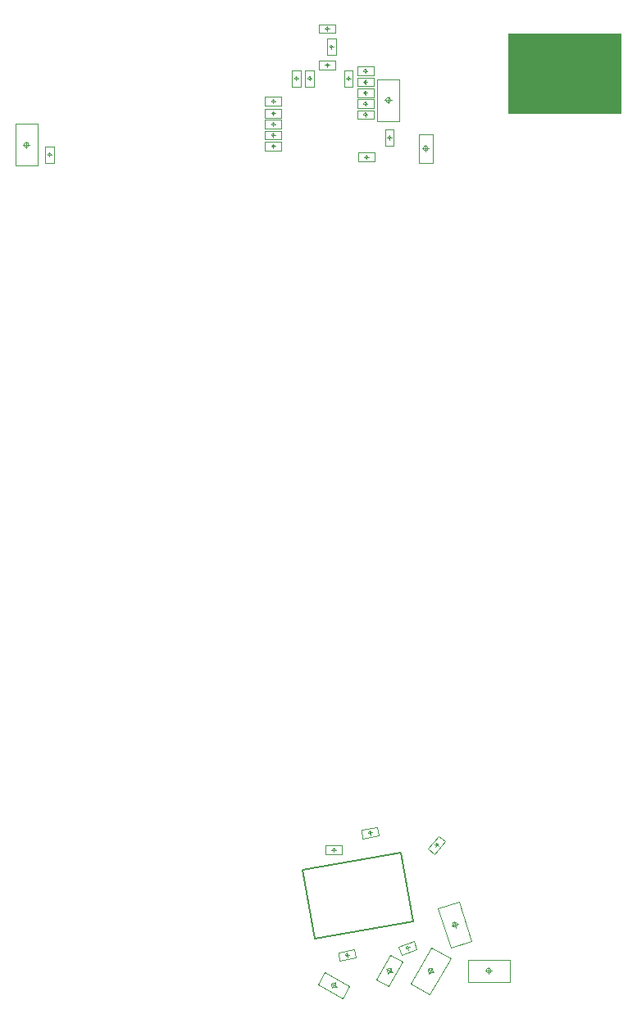
<source format=gbr>
%TF.GenerationSoftware,KiCad,Pcbnew,7.0.6-7.0.6~ubuntu22.04.1*%
%TF.CreationDate,2023-08-07T18:14:45+01:00*%
%TF.ProjectId,working,776f726b-696e-4672-9e6b-696361645f70,rev?*%
%TF.SameCoordinates,Original*%
%TF.FileFunction,Other,User*%
%FSLAX46Y46*%
G04 Gerber Fmt 4.6, Leading zero omitted, Abs format (unit mm)*
G04 Created by KiCad (PCBNEW 7.0.6-7.0.6~ubuntu22.04.1) date 2023-08-07 18:14:45*
%MOMM*%
%LPD*%
G01*
G04 APERTURE LIST*
%ADD10C,0.050000*%
%ADD11C,0.200000*%
G04 APERTURE END LIST*
D10*
%TO.C,R1*%
X163531100Y-69223600D02*
X163531100Y-66283600D01*
X164971100Y-69223600D02*
X163531100Y-69223600D01*
X163901100Y-67753600D02*
X164601100Y-67753600D01*
X164251100Y-67403600D02*
X164251100Y-68103600D01*
X163531100Y-66283600D02*
X164971100Y-66283600D01*
X164971100Y-66283600D02*
X164971100Y-69223600D01*
X164501100Y-67753600D02*
G75*
G03*
X164501100Y-67753600I-250000J0D01*
G01*
%TO.C,C3*%
X166840793Y-150397561D02*
X165512020Y-146308018D01*
X168990180Y-149699182D02*
X166840793Y-150397561D01*
X166918230Y-148111756D02*
X167583970Y-147895444D01*
X167142944Y-147670730D02*
X167359256Y-148336470D01*
X165512020Y-146308018D02*
X167661407Y-145609639D01*
X167661407Y-145609639D02*
X168990180Y-149699182D01*
X167501100Y-148003600D02*
G75*
G03*
X167501100Y-148003600I-250000J0D01*
G01*
%TO.C,C5*%
X153901100Y-139803600D02*
X155601100Y-139803600D01*
X153901100Y-140703600D02*
X153901100Y-139803600D01*
X154751100Y-140028600D02*
X154751100Y-140478600D01*
X154976100Y-140253600D02*
X154526100Y-140253600D01*
X155601100Y-139803600D02*
X155601100Y-140703600D01*
X155601100Y-140703600D02*
X153901100Y-140703600D01*
X154919850Y-140253600D02*
G75*
G03*
X154919850Y-140253600I-168750J0D01*
G01*
%TO.C,C19*%
X124926100Y-69228600D02*
X124926100Y-67528600D01*
X125826100Y-69228600D02*
X124926100Y-69228600D01*
X125151100Y-68378600D02*
X125601100Y-68378600D01*
X125376100Y-68153600D02*
X125376100Y-68603600D01*
X124926100Y-67528600D02*
X125826100Y-67528600D01*
X125826100Y-67528600D02*
X125826100Y-69228600D01*
X125544850Y-68378600D02*
G75*
G03*
X125544850Y-68378600I-168750J0D01*
G01*
%TO.C,C10*%
X159246100Y-64903600D02*
X159246100Y-60603600D01*
X161506100Y-64903600D02*
X159246100Y-64903600D01*
X160026100Y-62753600D02*
X160726100Y-62753600D01*
X160376100Y-62403600D02*
X160376100Y-63103600D01*
X159246100Y-60603600D02*
X161506100Y-60603600D01*
X161506100Y-60603600D02*
X161506100Y-64903600D01*
X160626100Y-62753600D02*
G75*
G03*
X160626100Y-62753600I-250000J0D01*
G01*
%TO.C,R5*%
X159416328Y-138799163D02*
X157742155Y-139094364D01*
X159260045Y-137912836D02*
X159416328Y-138799163D01*
X158540171Y-138725182D02*
X158462029Y-138282018D01*
X158279518Y-138542671D02*
X158722682Y-138464529D01*
X157742155Y-139094364D02*
X157585872Y-138208037D01*
X157585872Y-138208037D02*
X159260045Y-137912836D01*
X158669850Y-138503600D02*
G75*
G03*
X158669850Y-138503600I-168750J0D01*
G01*
%TO.C,C7*%
X160051100Y-67478600D02*
X160051100Y-65778600D01*
X160951100Y-67478600D02*
X160051100Y-67478600D01*
X160276100Y-66628600D02*
X160726100Y-66628600D01*
X160501100Y-66403600D02*
X160501100Y-66853600D01*
X160051100Y-65778600D02*
X160951100Y-65778600D01*
X160951100Y-65778600D02*
X160951100Y-67478600D01*
X160669850Y-66628600D02*
G75*
G03*
X160669850Y-66628600I-168750J0D01*
G01*
%TO.C,C17*%
X147651100Y-67053600D02*
X149351100Y-67053600D01*
X147651100Y-67953600D02*
X147651100Y-67053600D01*
X148501100Y-67278600D02*
X148501100Y-67728600D01*
X148726100Y-67503600D02*
X148276100Y-67503600D01*
X149351100Y-67053600D02*
X149351100Y-67953600D01*
X149351100Y-67953600D02*
X147651100Y-67953600D01*
X148669850Y-67503600D02*
G75*
G03*
X148669850Y-67503600I-168750J0D01*
G01*
%TO.C,C15*%
X158851100Y-64703600D02*
X157151100Y-64703600D01*
X158851100Y-63803600D02*
X158851100Y-64703600D01*
X158001100Y-64478600D02*
X158001100Y-64028600D01*
X157776100Y-64253600D02*
X158226100Y-64253600D01*
X157151100Y-64703600D02*
X157151100Y-63803600D01*
X157151100Y-63803600D02*
X158851100Y-63803600D01*
X158169850Y-64253600D02*
G75*
G03*
X158169850Y-64253600I-168750J0D01*
G01*
%TO.C,R4*%
X164485011Y-140115483D02*
X165577749Y-138813208D01*
X165174451Y-140693992D02*
X164485011Y-140115483D01*
X165203740Y-139608973D02*
X165548460Y-139898227D01*
X165520727Y-139581240D02*
X165231473Y-139925960D01*
X165577749Y-138813208D02*
X166267189Y-139391717D01*
X166267189Y-139391717D02*
X165174451Y-140693992D01*
X165544850Y-139753600D02*
G75*
G03*
X165544850Y-139753600I-168750J0D01*
G01*
%TO.C,C14*%
X158851100Y-63578600D02*
X157151100Y-63578600D01*
X158851100Y-62678600D02*
X158851100Y-63578600D01*
X158001100Y-63353600D02*
X158001100Y-62903600D01*
X157776100Y-63128600D02*
X158226100Y-63128600D01*
X157151100Y-63578600D02*
X157151100Y-62678600D01*
X157151100Y-62678600D02*
X158851100Y-62678600D01*
X158169850Y-63128600D02*
G75*
G03*
X158169850Y-63128600I-168750J0D01*
G01*
%TO.C,C1*%
X162697491Y-154050555D02*
X164847491Y-150326645D01*
X164654709Y-155180555D02*
X162697491Y-154050555D01*
X164447991Y-152578600D02*
X165054209Y-152928600D01*
X164926100Y-152450491D02*
X164576100Y-153056709D01*
X164847491Y-150326645D02*
X166804709Y-151456645D01*
X166804709Y-151456645D02*
X164654709Y-155180555D01*
X165001100Y-152753600D02*
G75*
G03*
X165001100Y-152753600I-250000J0D01*
G01*
%TO.C,C9*%
X153221100Y-58678600D02*
X154921100Y-58678600D01*
X153221100Y-59578600D02*
X153221100Y-58678600D01*
X154071100Y-58903600D02*
X154071100Y-59353600D01*
X154296100Y-59128600D02*
X153846100Y-59128600D01*
X154921100Y-58678600D02*
X154921100Y-59578600D01*
X154921100Y-59578600D02*
X153221100Y-59578600D01*
X154239850Y-59128600D02*
G75*
G03*
X154239850Y-59128600I-168750J0D01*
G01*
%TO.C,C4*%
X163328748Y-150510745D02*
X161731270Y-151092179D01*
X163020930Y-149665021D02*
X163328748Y-150510745D01*
X162453055Y-150590031D02*
X162299145Y-150167169D01*
X162164669Y-150455555D02*
X162587531Y-150301645D01*
X161731270Y-151092179D02*
X161423452Y-150246455D01*
X161423452Y-150246455D02*
X163020930Y-149665021D01*
X162544850Y-150378600D02*
G75*
G03*
X162544850Y-150378600I-168750J0D01*
G01*
%TO.C,C6*%
X155210872Y-150833037D02*
X156885045Y-150537836D01*
X155367155Y-151719364D02*
X155210872Y-150833037D01*
X156087029Y-150907018D02*
X156165171Y-151350182D01*
X156347682Y-151089529D02*
X155904518Y-151167671D01*
X156885045Y-150537836D02*
X157041328Y-151424163D01*
X157041328Y-151424163D02*
X155367155Y-151719364D01*
X156294850Y-151128600D02*
G75*
G03*
X156294850Y-151128600I-168750J0D01*
G01*
D11*
%TO.C,IC1*%
X151559942Y-142350554D02*
X152810556Y-149443139D01*
X152810556Y-149443139D02*
X162942258Y-147656646D01*
X161691644Y-140564061D02*
X151559942Y-142350554D01*
X162942258Y-147656646D02*
X161691644Y-140564061D01*
D10*
%TO.C,C2*%
X168601100Y-151623600D02*
X172901100Y-151623600D01*
X168601100Y-153883600D02*
X168601100Y-151623600D01*
X170751100Y-152403600D02*
X170751100Y-153103600D01*
X171101100Y-152753600D02*
X170401100Y-152753600D01*
X172901100Y-151623600D02*
X172901100Y-153883600D01*
X172901100Y-153883600D02*
X168601100Y-153883600D01*
X171001100Y-152753600D02*
G75*
G03*
X171001100Y-152753600I-250000J0D01*
G01*
%TO.C,R7*%
X151326100Y-59653600D02*
X151326100Y-61353600D01*
X150426100Y-59653600D02*
X151326100Y-59653600D01*
X151101100Y-60503600D02*
X150651100Y-60503600D01*
X150876100Y-60728600D02*
X150876100Y-60278600D01*
X151326100Y-61353600D02*
X150426100Y-61353600D01*
X150426100Y-61353600D02*
X150426100Y-59653600D01*
X151044850Y-60503600D02*
G75*
G03*
X151044850Y-60503600I-168750J0D01*
G01*
%TO.C,R9*%
X147651100Y-64803600D02*
X149351100Y-64803600D01*
X147651100Y-65703600D02*
X147651100Y-64803600D01*
X148501100Y-65028600D02*
X148501100Y-65478600D01*
X148726100Y-65253600D02*
X148276100Y-65253600D01*
X149351100Y-64803600D02*
X149351100Y-65703600D01*
X149351100Y-65703600D02*
X147651100Y-65703600D01*
X148669850Y-65253600D02*
G75*
G03*
X148669850Y-65253600I-168750J0D01*
G01*
%TO.C,C20*%
X158851100Y-61328600D02*
X157151100Y-61328600D01*
X158851100Y-60428600D02*
X158851100Y-61328600D01*
X158001100Y-61103600D02*
X158001100Y-60653600D01*
X157776100Y-60878600D02*
X158226100Y-60878600D01*
X157151100Y-61328600D02*
X157151100Y-60428600D01*
X157151100Y-60428600D02*
X158851100Y-60428600D01*
X158169850Y-60878600D02*
G75*
G03*
X158169850Y-60878600I-168750J0D01*
G01*
%TO.C,R10*%
X147651100Y-63678600D02*
X149351100Y-63678600D01*
X147651100Y-64578600D02*
X147651100Y-63678600D01*
X148501100Y-63903600D02*
X148501100Y-64353600D01*
X148726100Y-64128600D02*
X148276100Y-64128600D01*
X149351100Y-63678600D02*
X149351100Y-64578600D01*
X149351100Y-64578600D02*
X147651100Y-64578600D01*
X148669850Y-64128600D02*
G75*
G03*
X148669850Y-64128600I-168750J0D01*
G01*
%TO.C,L1*%
X154951100Y-56403600D02*
X154951100Y-58103600D01*
X154051100Y-56403600D02*
X154951100Y-56403600D01*
X154726100Y-57253600D02*
X154276100Y-57253600D01*
X154501100Y-57478600D02*
X154501100Y-57028600D01*
X154951100Y-58103600D02*
X154051100Y-58103600D01*
X154051100Y-58103600D02*
X154051100Y-56403600D01*
X154669850Y-57253600D02*
G75*
G03*
X154669850Y-57253600I-168750J0D01*
G01*
%TO.C,R6*%
X157151100Y-61553600D02*
X158851100Y-61553600D01*
X157151100Y-62453600D02*
X157151100Y-61553600D01*
X158001100Y-61778600D02*
X158001100Y-62228600D01*
X158226100Y-62003600D02*
X157776100Y-62003600D01*
X158851100Y-61553600D02*
X158851100Y-62453600D01*
X158851100Y-62453600D02*
X157151100Y-62453600D01*
X158169850Y-62003600D02*
G75*
G03*
X158169850Y-62003600I-168750J0D01*
G01*
%TO.C,C12*%
X156701100Y-59653600D02*
X156701100Y-61353600D01*
X155801100Y-59653600D02*
X156701100Y-59653600D01*
X156476100Y-60503600D02*
X156026100Y-60503600D01*
X156251100Y-60728600D02*
X156251100Y-60278600D01*
X156701100Y-61353600D02*
X155801100Y-61353600D01*
X155801100Y-61353600D02*
X155801100Y-59653600D01*
X156419850Y-60503600D02*
G75*
G03*
X156419850Y-60503600I-168750J0D01*
G01*
%TO.C,C11*%
X158976100Y-69078600D02*
X157276100Y-69078600D01*
X158976100Y-68178600D02*
X158976100Y-69078600D01*
X158126100Y-68853600D02*
X158126100Y-68403600D01*
X157901100Y-68628600D02*
X158351100Y-68628600D01*
X157276100Y-69078600D02*
X157276100Y-68178600D01*
X157276100Y-68178600D02*
X158976100Y-68178600D01*
X158294850Y-68628600D02*
G75*
G03*
X158294850Y-68628600I-168750J0D01*
G01*
%TO.C,C18*%
X121871100Y-69528600D02*
X121871100Y-65228600D01*
X124131100Y-69528600D02*
X121871100Y-69528600D01*
X122651100Y-67378600D02*
X123351100Y-67378600D01*
X123001100Y-67028600D02*
X123001100Y-67728600D01*
X121871100Y-65228600D02*
X124131100Y-65228600D01*
X124131100Y-65228600D02*
X124131100Y-69528600D01*
X123251100Y-67378600D02*
G75*
G03*
X123251100Y-67378600I-250000J0D01*
G01*
%TO.C,J1*%
G36*
X184496100Y-64163600D02*
G01*
X172756100Y-64163600D01*
X172756100Y-55843600D01*
X184496100Y-55843600D01*
X184496100Y-64163600D01*
G37*
%TO.C,C8*%
X153221100Y-54928600D02*
X154921100Y-54928600D01*
X153221100Y-55828600D02*
X153221100Y-54928600D01*
X154071100Y-55153600D02*
X154071100Y-55603600D01*
X154296100Y-55378600D02*
X153846100Y-55378600D01*
X154921100Y-54928600D02*
X154921100Y-55828600D01*
X154921100Y-55828600D02*
X153221100Y-55828600D01*
X154239850Y-55378600D02*
G75*
G03*
X154239850Y-55378600I-168750J0D01*
G01*
%TO.C,R11*%
X157151100Y-59303600D02*
X158851100Y-59303600D01*
X157151100Y-60203600D02*
X157151100Y-59303600D01*
X158001100Y-59528600D02*
X158001100Y-59978600D01*
X158226100Y-59753600D02*
X157776100Y-59753600D01*
X158851100Y-59303600D02*
X158851100Y-60203600D01*
X158851100Y-60203600D02*
X157151100Y-60203600D01*
X158169850Y-59753600D02*
G75*
G03*
X158169850Y-59753600I-168750J0D01*
G01*
%TO.C,R8*%
X147651100Y-65928600D02*
X149351100Y-65928600D01*
X147651100Y-66828600D02*
X147651100Y-65928600D01*
X148501100Y-66153600D02*
X148501100Y-66603600D01*
X148726100Y-66378600D02*
X148276100Y-66378600D01*
X149351100Y-65928600D02*
X149351100Y-66828600D01*
X149351100Y-66828600D02*
X147651100Y-66828600D01*
X148669850Y-66378600D02*
G75*
G03*
X148669850Y-66378600I-168750J0D01*
G01*
%TO.C,C13*%
X152701100Y-59653600D02*
X152701100Y-61353600D01*
X151801100Y-59653600D02*
X152701100Y-59653600D01*
X152476100Y-60503600D02*
X152026100Y-60503600D01*
X152251100Y-60728600D02*
X152251100Y-60278600D01*
X152701100Y-61353600D02*
X151801100Y-61353600D01*
X151801100Y-61353600D02*
X151801100Y-59653600D01*
X152419850Y-60503600D02*
G75*
G03*
X152419850Y-60503600I-168750J0D01*
G01*
%TO.C,R2*%
X161859638Y-151840543D02*
X160389638Y-154386657D01*
X160612562Y-151120543D02*
X161859638Y-151840543D01*
X160804209Y-152928600D02*
X160197991Y-152578600D01*
X160326100Y-153056709D02*
X160676100Y-152450491D01*
X160389638Y-154386657D02*
X159142562Y-153666657D01*
X159142562Y-153666657D02*
X160612562Y-151120543D01*
X160751100Y-152753600D02*
G75*
G03*
X160751100Y-152753600I-250000J0D01*
G01*
%TO.C,R3*%
X153838043Y-152895062D02*
X156384157Y-154365062D01*
X153118043Y-154142138D02*
X153838043Y-152895062D01*
X154926100Y-153950491D02*
X154576100Y-154556709D01*
X155054209Y-154428600D02*
X154447991Y-154078600D01*
X156384157Y-154365062D02*
X155664157Y-155612138D01*
X155664157Y-155612138D02*
X153118043Y-154142138D01*
X155001100Y-154253600D02*
G75*
G03*
X155001100Y-154253600I-250000J0D01*
G01*
%TO.C,C16*%
X147651100Y-62428600D02*
X149351100Y-62428600D01*
X147651100Y-63328600D02*
X147651100Y-62428600D01*
X148501100Y-62653600D02*
X148501100Y-63103600D01*
X148726100Y-62878600D02*
X148276100Y-62878600D01*
X149351100Y-62428600D02*
X149351100Y-63328600D01*
X149351100Y-63328600D02*
X147651100Y-63328600D01*
X148669850Y-62878600D02*
G75*
G03*
X148669850Y-62878600I-168750J0D01*
G01*
%TD*%
M02*

</source>
